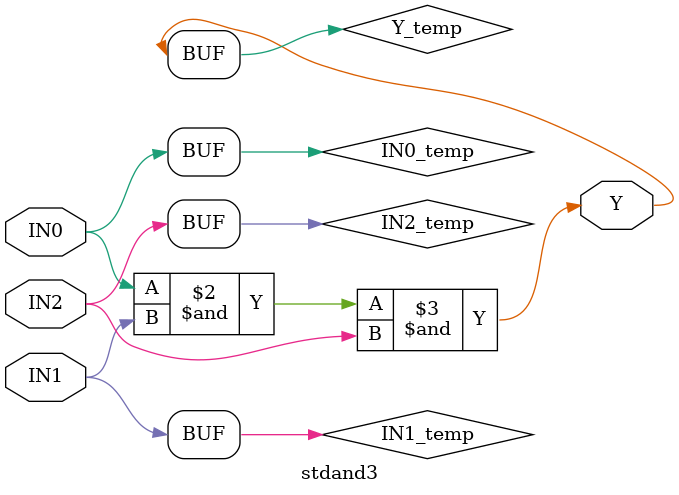
<source format=v>
module stdand3(IN0,IN1,IN2,Y);
  parameter
        d_IN0_r = 0,
        d_IN0_f = 0,
        d_IN1_r = 0,
        d_IN1_f = 0,
        d_IN2_r = 0,
        d_IN2_f = 0,
        d_Y_r = 1,
        d_Y_f = 1;
  input  IN0;
  input  IN1;
  input  IN2;
  output  Y;
  wire  IN0_temp;
  wire  IN1_temp;
  wire  IN2_temp;
  reg  Y_temp;
  assign #(d_IN0_r,d_IN0_f) IN0_temp = IN0;
  assign #(d_IN1_r,d_IN1_f) IN1_temp = IN1;
  assign #(d_IN2_r,d_IN2_f) IN2_temp = IN2;
  assign #(d_Y_r,d_Y_f) Y = Y_temp;
  always
    @(IN0_temp or IN1_temp or IN2_temp)
      begin
      Y_temp = ((IN0_temp & IN1_temp) & IN2_temp);
      end
endmodule

</source>
